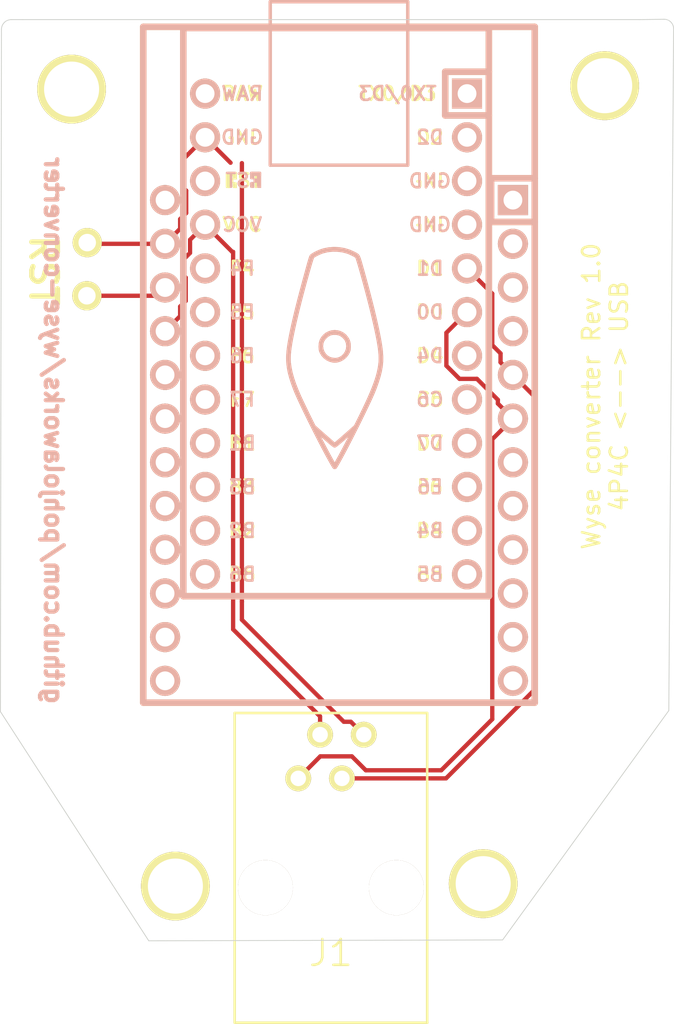
<source format=kicad_pcb>
(kicad_pcb (version 20171130) (host pcbnew "(5.1.5-0-10_14)")

  (general
    (thickness 1.6)
    (drawings 13)
    (tracks 56)
    (zones 0)
    (modules 10)
    (nets 45)
  )

  (page A4)
  (layers
    (0 F.Cu signal)
    (31 B.Cu signal)
    (32 B.Adhes user)
    (33 F.Adhes user)
    (34 B.Paste user)
    (35 F.Paste user)
    (36 B.SilkS user)
    (37 F.SilkS user)
    (38 B.Mask user)
    (39 F.Mask user)
    (40 Dwgs.User user)
    (41 Cmts.User user)
    (42 Eco1.User user)
    (43 Eco2.User user)
    (44 Edge.Cuts user)
    (45 Margin user)
    (46 B.CrtYd user)
    (47 F.CrtYd user)
    (48 B.Fab user)
    (49 F.Fab user)
  )

  (setup
    (last_trace_width 0.25)
    (trace_clearance 0.2)
    (zone_clearance 0.508)
    (zone_45_only no)
    (trace_min 0.2)
    (via_size 0.8)
    (via_drill 0.4)
    (via_min_size 0.4)
    (via_min_drill 0.3)
    (uvia_size 0.3)
    (uvia_drill 0.1)
    (uvias_allowed no)
    (uvia_min_size 0.2)
    (uvia_min_drill 0.1)
    (edge_width 0.05)
    (segment_width 0.2)
    (pcb_text_width 0.3)
    (pcb_text_size 1.5 1.5)
    (mod_edge_width 0.12)
    (mod_text_size 1 1)
    (mod_text_width 0.15)
    (pad_size 1.524 1.524)
    (pad_drill 0.762)
    (pad_to_mask_clearance 0.051)
    (solder_mask_min_width 0.25)
    (aux_axis_origin 0 0)
    (visible_elements FFFFFF7F)
    (pcbplotparams
      (layerselection 0x010fc_ffffffff)
      (usegerberextensions false)
      (usegerberattributes false)
      (usegerberadvancedattributes false)
      (creategerberjobfile false)
      (excludeedgelayer true)
      (linewidth 0.100000)
      (plotframeref false)
      (viasonmask false)
      (mode 1)
      (useauxorigin false)
      (hpglpennumber 1)
      (hpglpenspeed 20)
      (hpglpendiameter 15.000000)
      (psnegative false)
      (psa4output false)
      (plotreference true)
      (plotvalue true)
      (plotinvisibletext false)
      (padsonsilk false)
      (subtractmaskfromsilk false)
      (outputformat 1)
      (mirror false)
      (drillshape 1)
      (scaleselection 1)
      (outputdirectory ""))
  )

  (net 0 "")
  (net 1 DATA)
  (net 2 VCC)
  (net 3 GND)
  (net 4 CLK)
  (net 5 "Net-(U1-Pad1)")
  (net 6 "Net-(U1-Pad2)")
  (net 7 "Net-(U1-Pad3)")
  (net 8 "Net-(U1-Pad4)")
  (net 9 "Net-(U1-Pad7)")
  (net 10 "Net-(U1-Pad8)")
  (net 11 "Net-(U1-Pad9)")
  (net 12 "Net-(U1-Pad10)")
  (net 13 "Net-(U1-Pad11)")
  (net 14 "Net-(U1-Pad13)")
  (net 15 "Net-(U1-Pad14)")
  (net 16 "Net-(U1-Pad15)")
  (net 17 "Net-(U1-Pad16)")
  (net 18 "Net-(U1-Pad17)")
  (net 19 "Net-(U1-Pad18)")
  (net 20 "Net-(U1-Pad19)")
  (net 21 "Net-(U1-Pad20)")
  (net 22 "Net-(U1-Pad22)")
  (net 23 "Net-(U1-Pad12)")
  (net 24 "Net-(U1-Pad24)")
  (net 25 "Net-(U2-Pad1)")
  (net 26 "Net-(U2-Pad2)")
  (net 27 "Net-(U2-Pad3)")
  (net 28 "Net-(U2-Pad4)")
  (net 29 "Net-(U2-Pad7)")
  (net 30 "Net-(U2-Pad8)")
  (net 31 "Net-(U2-Pad9)")
  (net 32 "Net-(U2-Pad10)")
  (net 33 "Net-(U2-Pad11)")
  (net 34 "Net-(U2-Pad13)")
  (net 35 "Net-(U2-Pad14)")
  (net 36 "Net-(U2-Pad15)")
  (net 37 "Net-(U2-Pad16)")
  (net 38 "Net-(U2-Pad17)")
  (net 39 "Net-(U2-Pad18)")
  (net 40 "Net-(U2-Pad19)")
  (net 41 "Net-(U2-Pad20)")
  (net 42 "Net-(U2-Pad12)")
  (net 43 "Net-(U2-Pad24)")
  (net 44 RST)

  (net_class Default "This is the default net class."
    (clearance 0.2)
    (trace_width 0.25)
    (via_dia 0.8)
    (via_drill 0.4)
    (uvia_dia 0.3)
    (uvia_drill 0.1)
    (add_net CLK)
    (add_net DATA)
    (add_net GND)
    (add_net "Net-(U1-Pad1)")
    (add_net "Net-(U1-Pad10)")
    (add_net "Net-(U1-Pad11)")
    (add_net "Net-(U1-Pad12)")
    (add_net "Net-(U1-Pad13)")
    (add_net "Net-(U1-Pad14)")
    (add_net "Net-(U1-Pad15)")
    (add_net "Net-(U1-Pad16)")
    (add_net "Net-(U1-Pad17)")
    (add_net "Net-(U1-Pad18)")
    (add_net "Net-(U1-Pad19)")
    (add_net "Net-(U1-Pad2)")
    (add_net "Net-(U1-Pad20)")
    (add_net "Net-(U1-Pad22)")
    (add_net "Net-(U1-Pad24)")
    (add_net "Net-(U1-Pad3)")
    (add_net "Net-(U1-Pad4)")
    (add_net "Net-(U1-Pad7)")
    (add_net "Net-(U1-Pad8)")
    (add_net "Net-(U1-Pad9)")
    (add_net "Net-(U2-Pad1)")
    (add_net "Net-(U2-Pad10)")
    (add_net "Net-(U2-Pad11)")
    (add_net "Net-(U2-Pad12)")
    (add_net "Net-(U2-Pad13)")
    (add_net "Net-(U2-Pad14)")
    (add_net "Net-(U2-Pad15)")
    (add_net "Net-(U2-Pad16)")
    (add_net "Net-(U2-Pad17)")
    (add_net "Net-(U2-Pad18)")
    (add_net "Net-(U2-Pad19)")
    (add_net "Net-(U2-Pad2)")
    (add_net "Net-(U2-Pad20)")
    (add_net "Net-(U2-Pad24)")
    (add_net "Net-(U2-Pad3)")
    (add_net "Net-(U2-Pad4)")
    (add_net "Net-(U2-Pad7)")
    (add_net "Net-(U2-Pad8)")
    (add_net "Net-(U2-Pad9)")
    (add_net RST)
    (add_net VCC)
  )

  (module pohjola:pohjola (layer B.Cu) (tedit 0) (tstamp 5F904385)
    (at 102.27 67.5 180)
    (fp_text reference G*** (at 0 0) (layer B.SilkS) hide
      (effects (font (size 1.524 1.524) (thickness 0.3)) (justify mirror))
    )
    (fp_text value LOGO (at 0.75 0) (layer B.SilkS) hide
      (effects (font (size 1.524 1.524) (thickness 0.3)) (justify mirror))
    )
    (fp_poly (pts (xy 0.189998 1.610842) (xy 0.36611 1.559369) (xy 0.531642 1.472642) (xy 0.668224 1.362719)
      (xy 0.794897 1.215267) (xy 0.883012 1.054937) (xy 0.934115 0.877716) (xy 0.949754 0.679591)
      (xy 0.948679 0.635) (xy 0.942377 0.52928) (xy 0.931097 0.449632) (xy 0.911293 0.379819)
      (xy 0.879415 0.303605) (xy 0.873488 0.290862) (xy 0.774362 0.126833) (xy 0.644069 -0.015256)
      (xy 0.489428 -0.130205) (xy 0.31726 -0.212811) (xy 0.15875 -0.254286) (xy 0.072032 -0.267029)
      (xy 0.006248 -0.271457) (xy -0.058654 -0.267497) (xy -0.142724 -0.255077) (xy -0.154199 -0.253159)
      (xy -0.326703 -0.203658) (xy -0.490684 -0.117583) (xy -0.638608 -0.00068) (xy -0.762944 0.141305)
      (xy -0.841423 0.271213) (xy -0.879251 0.351704) (xy -0.90315 0.417424) (xy -0.916884 0.484252)
      (xy -0.924217 0.568068) (xy -0.927093 0.632626) (xy -0.925845 0.689777) (xy -0.66389 0.689777)
      (xy -0.645468 0.536614) (xy -0.594684 0.391446) (xy -0.514332 0.260485) (xy -0.40721 0.149942)
      (xy -0.276114 0.066028) (xy -0.154147 0.02181) (xy -0.048466 0.008642) (xy 0.075146 0.01335)
      (xy 0.197127 0.034157) (xy 0.280489 0.061246) (xy 0.416082 0.141216) (xy 0.527205 0.250467)
      (xy 0.61102 0.381889) (xy 0.664691 0.528373) (xy 0.68538 0.682812) (xy 0.670251 0.838097)
      (xy 0.63465 0.948623) (xy 0.570467 1.057432) (xy 0.47849 1.161182) (xy 0.370447 1.249263)
      (xy 0.258067 1.311059) (xy 0.218868 1.324811) (xy 0.079703 1.349585) (xy -0.066435 1.348793)
      (xy -0.203457 1.323411) (xy -0.279292 1.294541) (xy -0.379856 1.231386) (xy -0.477574 1.145659)
      (xy -0.558097 1.051072) (xy -0.592456 0.995249) (xy -0.647151 0.844726) (xy -0.66389 0.689777)
      (xy -0.925845 0.689777) (xy -0.923234 0.809316) (xy -0.895024 0.961898) (xy -0.839147 1.103)
      (xy -0.774962 1.212105) (xy -0.65308 1.359871) (xy -0.508147 1.475893) (xy -0.345767 1.559586)
      (xy -0.171546 1.610365) (xy 0.00891 1.627646) (xy 0.189998 1.610842)) (layer B.SilkS) (width 0.01))
    (fp_poly (pts (xy 0.361422 6.435467) (xy 0.663309 6.374784) (xy 0.820878 6.326063) (xy 0.967148 6.269179)
      (xy 1.112503 6.202494) (xy 1.245791 6.131749) (xy 1.35586 6.062686) (xy 1.405264 6.025162)
      (xy 1.421673 6.011739) (xy 1.436095 5.999278) (xy 1.449447 5.984887) (xy 1.462642 5.965677)
      (xy 1.476597 5.938758) (xy 1.492226 5.90124) (xy 1.510446 5.850232) (xy 1.532172 5.782845)
      (xy 1.558318 5.696188) (xy 1.589801 5.587371) (xy 1.627535 5.453505) (xy 1.672437 5.291699)
      (xy 1.725421 5.099063) (xy 1.787403 4.872707) (xy 1.859298 4.609741) (xy 1.895472 4.477435)
      (xy 2.050767 3.901918) (xy 2.19238 3.361208) (xy 2.320182 2.855876) (xy 2.434044 2.386491)
      (xy 2.533836 1.953622) (xy 2.61943 1.55784) (xy 2.690695 1.199715) (xy 2.747503 0.879815)
      (xy 2.789724 0.598712) (xy 2.806141 0.465667) (xy 2.828849 0.196898) (xy 2.834348 -0.062793)
      (xy 2.821624 -0.319356) (xy 2.78966 -0.578739) (xy 2.737441 -0.846891) (xy 2.663951 -1.12976)
      (xy 2.568175 -1.433296) (xy 2.449098 -1.763448) (xy 2.406857 -1.87325) (xy 2.348379 -2.016278)
      (xy 2.27177 -2.192555) (xy 2.179018 -2.398081) (xy 2.072112 -2.628859) (xy 1.953041 -2.88089)
      (xy 1.823793 -3.150175) (xy 1.686358 -3.432717) (xy 1.542722 -3.724517) (xy 1.394876 -4.021577)
      (xy 1.244808 -4.319898) (xy 1.094507 -4.615482) (xy 0.945961 -4.904331) (xy 0.801159 -5.182447)
      (xy 0.662089 -5.44583) (xy 0.530741 -5.690483) (xy 0.409102 -5.912407) (xy 0.311847 -6.085416)
      (xy 0.239752 -6.211125) (xy 0.184475 -6.304644) (xy 0.142153 -6.370723) (xy 0.108924 -6.41411)
      (xy 0.080926 -6.439554) (xy 0.054296 -6.451805) (xy 0.025172 -6.45561) (xy 0.010583 -6.455833)
      (xy -0.048882 -6.444296) (xy -0.089292 -6.418791) (xy -0.124741 -6.370049) (xy -0.177194 -6.286338)
      (xy -0.245049 -6.170716) (xy -0.326703 -6.026238) (xy -0.420552 -5.855962) (xy -0.524993 -5.662943)
      (xy -0.638424 -5.450238) (xy -0.759241 -5.220904) (xy -0.885841 -4.977996) (xy -1.016621 -4.724572)
      (xy -1.085981 -4.588882) (xy -0.784721 -4.588882) (xy -0.712158 -4.723316) (xy -0.678529 -4.78602)
      (xy -0.629901 -4.877224) (xy -0.571029 -4.987984) (xy -0.506667 -5.109357) (xy -0.4494 -5.217583)
      (xy -0.377935 -5.352206) (xy -0.301749 -5.494728) (xy -0.227452 -5.632852) (xy -0.161651 -5.754282)
      (xy -0.124621 -5.821969) (xy 0.009962 -6.066521) (xy 0.191555 -5.737302) (xy 0.268387 -5.596722)
      (xy 0.355441 -5.435362) (xy 0.443661 -5.270127) (xy 0.523989 -5.117926) (xy 0.549317 -5.069416)
      (xy 0.609291 -4.95473) (xy 0.665627 -4.848114) (xy 0.714187 -4.757319) (xy 0.750828 -4.690096)
      (xy 0.768952 -4.65821) (xy 0.788308 -4.624086) (xy 0.794422 -4.606221) (xy 0.784046 -4.606734)
      (xy 0.753931 -4.627742) (xy 0.700831 -4.671364) (xy 0.621497 -4.739718) (xy 0.555284 -4.797574)
      (xy 0.414894 -4.919779) (xy 0.30194 -5.016087) (xy 0.212711 -5.089274) (xy 0.143499 -5.142114)
      (xy 0.090593 -5.177385) (xy 0.050285 -5.197861) (xy 0.018866 -5.20632) (xy 0.008227 -5.20696)
      (xy -0.02201 -5.200602) (xy -0.063577 -5.179475) (xy -0.120892 -5.140446) (xy -0.198374 -5.080388)
      (xy -0.300442 -4.996167) (xy -0.357786 -4.947669) (xy -0.458171 -4.862416) (xy -0.551442 -4.783412)
      (xy -0.631225 -4.716038) (xy -0.69115 -4.665677) (xy -0.723688 -4.638649) (xy -0.784721 -4.588882)
      (xy -1.085981 -4.588882) (xy -1.149978 -4.463687) (xy -1.284309 -4.198398) (xy -1.418011 -3.931761)
      (xy -1.54948 -3.666833) (xy -1.677114 -3.406671) (xy -1.774742 -3.205354) (xy -1.897022 -2.951213)
      (xy -2.002552 -2.730362) (xy -2.093348 -2.538141) (xy -2.171428 -2.369895) (xy -2.23881 -2.220966)
      (xy -2.297511 -2.086697) (xy -2.349548 -1.962431) (xy -2.396938 -1.84351) (xy -2.4417 -1.725278)
      (xy -2.485849 -1.603078) (xy -2.531405 -1.472251) (xy -2.553493 -1.407583) (xy -2.65519 -1.084031)
      (xy -2.730937 -0.784204) (xy -2.781829 -0.499259) (xy -2.808957 -0.22035) (xy -2.81221 -0.014763)
      (xy -2.550856 -0.014763) (xy -2.547665 -0.162862) (xy -2.541135 -0.250099) (xy -2.518729 -0.435056)
      (xy -2.486723 -0.624057) (xy -2.444088 -0.819817) (xy -2.38979 -1.025055) (xy -2.322798 -1.242488)
      (xy -2.242082 -1.474833) (xy -2.146608 -1.724807) (xy -2.035345 -1.995128) (xy -1.907263 -2.288513)
      (xy -1.761328 -2.607679) (xy -1.596509 -2.955345) (xy -1.411775 -3.334226) (xy -1.236329 -3.686821)
      (xy -1.122954 -3.912893) (xy -0.757269 -4.237756) (xy -0.637608 -4.343699) (xy -0.514437 -4.452115)
      (xy -0.396029 -4.555768) (xy -0.290655 -4.647422) (xy -0.206588 -4.719839) (xy -0.1905 -4.733554)
      (xy 0.010583 -4.904488) (xy 0.148166 -4.784417) (xy 0.202978 -4.736581) (xy 0.283404 -4.66639)
      (xy 0.383163 -4.579325) (xy 0.495977 -4.480867) (xy 0.615564 -4.376497) (xy 0.6985 -4.304114)
      (xy 0.811191 -4.205426) (xy 0.914023 -4.114734) (xy 1.002452 -4.036096) (xy 1.071934 -3.973572)
      (xy 1.117922 -3.931222) (xy 1.135256 -3.913983) (xy 1.150126 -3.888032) (xy 1.180939 -3.828602)
      (xy 1.225399 -3.740417) (xy 1.281209 -3.6282) (xy 1.346073 -3.496676) (xy 1.417694 -3.350567)
      (xy 1.493774 -3.194597) (xy 1.572018 -3.033489) (xy 1.650128 -2.871968) (xy 1.725808 -2.714756)
      (xy 1.796761 -2.566577) (xy 1.860691 -2.432155) (xy 1.915299 -2.316213) (xy 1.958291 -2.223474)
      (xy 1.973154 -2.19075) (xy 2.132717 -1.82066) (xy 2.26565 -1.477906) (xy 2.373302 -1.158048)
      (xy 2.45702 -0.856651) (xy 2.51815 -0.569277) (xy 2.558039 -0.291487) (xy 2.562301 -0.250099)
      (xy 2.570951 -0.112646) (xy 2.571147 0.040175) (xy 2.562499 0.210702) (xy 2.544617 0.401273)
      (xy 2.517112 0.614228) (xy 2.479594 0.851904) (xy 2.431674 1.116639) (xy 2.372961 1.410772)
      (xy 2.303067 1.736642) (xy 2.221601 2.096586) (xy 2.128174 2.492944) (xy 2.054609 2.796751)
      (xy 2.004508 2.998834) (xy 1.94937 3.216106) (xy 1.890208 3.444934) (xy 1.828034 3.681686)
      (xy 1.763859 3.922731) (xy 1.698698 4.164436) (xy 1.63356 4.403169) (xy 1.569459 4.635297)
      (xy 1.507407 4.85719) (xy 1.448416 5.065215) (xy 1.393499 5.255739) (xy 1.343667 5.42513)
      (xy 1.299932 5.569757) (xy 1.263307 5.685988) (xy 1.234804 5.770189) (xy 1.215436 5.81873)
      (xy 1.209828 5.828133) (xy 1.174228 5.855207) (xy 1.109052 5.893598) (xy 1.023888 5.938553)
      (xy 0.928324 5.985319) (xy 0.831948 6.029142) (xy 0.744349 6.065268) (xy 0.69776 6.082009)
      (xy 0.426079 6.150271) (xy 0.140291 6.182991) (xy -0.150825 6.180245) (xy -0.43849 6.142104)
      (xy -0.709084 6.070291) (xy -0.786448 6.040465) (xy -0.881097 5.998786) (xy -0.981173 5.951062)
      (xy -1.074822 5.9031) (xy -1.150188 5.860708) (xy -1.188264 5.835545) (xy -1.201765 5.809252)
      (xy -1.22488 5.74553) (xy -1.256621 5.647933) (xy -1.295998 5.520017) (xy -1.342025 5.365336)
      (xy -1.393711 5.187444) (xy -1.45007 4.989897) (xy -1.510111 4.77625) (xy -1.572848 4.550056)
      (xy -1.63729 4.314872) (xy -1.702451 4.074252) (xy -1.76734 3.83175) (xy -1.830971 3.590921)
      (xy -1.892354 3.35532) (xy -1.950501 3.128503) (xy -2.004423 2.914023) (xy -2.034028 2.794)
      (xy -2.136408 2.369673) (xy -2.22649 1.983412) (xy -2.304662 1.632898) (xy -2.371311 1.31581)
      (xy -2.426822 1.029826) (xy -2.471583 0.772625) (xy -2.50598 0.541887) (xy -2.5304 0.33529)
      (xy -2.54523 0.150514) (xy -2.550856 -0.014763) (xy -2.81221 -0.014763) (xy -2.813415 0.061368)
      (xy -2.796295 0.354738) (xy -2.784975 0.465667) (xy -2.753524 0.703718) (xy -2.708611 0.979833)
      (xy -2.650685 1.292096) (xy -2.580196 1.63859) (xy -2.497592 2.017398) (xy -2.403323 2.426601)
      (xy -2.297839 2.864283) (xy -2.181587 3.328527) (xy -2.055018 3.817415) (xy -1.91858 4.329031)
      (xy -1.772724 4.861456) (xy -1.664254 5.249073) (xy -1.609152 5.444773) (xy -1.563635 5.604426)
      (xy -1.525172 5.732551) (xy -1.491232 5.833663) (xy -1.459283 5.912279) (xy -1.426794 5.972915)
      (xy -1.391234 6.020088) (xy -1.350071 6.058314) (xy -1.300774 6.09211) (xy -1.240812 6.125992)
      (xy -1.167654 6.164478) (xy -1.144322 6.176766) (xy -0.863642 6.301938) (xy -0.566734 6.390849)
      (xy -0.259592 6.443044) (xy 0.051791 6.458069) (xy 0.361422 6.435467)) (layer B.SilkS) (width 0.01))
  )

  (module Keebio-Parts:ArduinoProMicro-Mini-USB-No-Text (layer B.Cu) (tedit 5AFB4134) (tstamp 5F90300E)
    (at 102.51 72.29 270)
    (path /5F90E9C5)
    (fp_text reference U2 (at 0 -1.125 270) (layer B.SilkS) hide
      (effects (font (size 1.27 1.524) (thickness 0.2032)) (justify mirror))
    )
    (fp_text value ProMicro (at 0 1 270) (layer B.SilkS) hide
      (effects (font (size 1.27 1.524) (thickness 0.2032)) (justify mirror))
    )
    (fp_line (start -12.7 -8.85) (end -12.7 -11.39) (layer F.SilkS) (width 0.381))
    (fp_line (start -15.24 -8.85) (end -12.7 -8.85) (layer F.SilkS) (width 0.381))
    (fp_line (start -24.04 11.39) (end -24.04 -11.39) (layer B.SilkS) (width 0.381))
    (fp_line (start -24.04 -11.39) (end 15.24 -11.39) (layer B.SilkS) (width 0.381))
    (fp_line (start 15.24 -11.39) (end 15.24 11.39) (layer B.SilkS) (width 0.381))
    (fp_line (start 15.24 11.39) (end -24.04 11.39) (layer B.SilkS) (width 0.381))
    (fp_line (start -15.24 -8.85) (end -12.7 -8.85) (layer B.SilkS) (width 0.381))
    (fp_line (start -12.7 -8.85) (end -12.7 -11.39) (layer B.SilkS) (width 0.381))
    (fp_line (start 15.24 11.39) (end -24.04 11.39) (layer F.SilkS) (width 0.381))
    (fp_line (start 15.24 -11.39) (end 15.24 11.39) (layer F.SilkS) (width 0.381))
    (fp_line (start -24.04 -11.39) (end 15.24 -11.39) (layer F.SilkS) (width 0.381))
    (fp_line (start -24.04 11.39) (end -24.04 -11.39) (layer F.SilkS) (width 0.381))
    (fp_line (start -15.24 -8.85) (end -15.24 -11.39) (layer B.SilkS) (width 0.381))
    (fp_line (start -15.24 -8.85) (end -15.24 -11.39) (layer F.SilkS) (width 0.381))
    (fp_line (start -16 -4) (end -16 4) (layer B.SilkS) (width 0.2))
    (fp_line (start -16 4) (end -25.5 4) (layer B.SilkS) (width 0.2))
    (fp_line (start -25.5 4) (end -25.5 -4) (layer B.SilkS) (width 0.2))
    (fp_line (start -25.5 -4) (end -16 -4) (layer B.SilkS) (width 0.2))
    (pad 1 thru_hole rect (at -13.97 -10.12 270) (size 1.7526 1.7526) (drill 1.0922) (layers *.Cu *.SilkS *.Mask)
      (net 25 "Net-(U2-Pad1)"))
    (pad 2 thru_hole circle (at -11.43 -10.12 270) (size 1.7526 1.7526) (drill 1.0922) (layers *.Cu *.SilkS *.Mask)
      (net 26 "Net-(U2-Pad2)"))
    (pad 3 thru_hole circle (at -8.89 -10.12 270) (size 1.7526 1.7526) (drill 1.0922) (layers *.Cu *.SilkS *.Mask)
      (net 27 "Net-(U2-Pad3)"))
    (pad 4 thru_hole circle (at -6.35 -10.12 270) (size 1.7526 1.7526) (drill 1.0922) (layers *.Cu *.SilkS *.Mask)
      (net 28 "Net-(U2-Pad4)"))
    (pad 5 thru_hole circle (at -3.81 -10.12 270) (size 1.7526 1.7526) (drill 1.0922) (layers *.Cu *.SilkS *.Mask)
      (net 4 CLK))
    (pad 6 thru_hole circle (at -1.27 -10.12 270) (size 1.7526 1.7526) (drill 1.0922) (layers *.Cu *.SilkS *.Mask)
      (net 1 DATA))
    (pad 7 thru_hole circle (at 1.27 -10.12 270) (size 1.7526 1.7526) (drill 1.0922) (layers *.Cu *.SilkS *.Mask)
      (net 29 "Net-(U2-Pad7)"))
    (pad 8 thru_hole circle (at 3.81 -10.12 270) (size 1.7526 1.7526) (drill 1.0922) (layers *.Cu *.SilkS *.Mask)
      (net 30 "Net-(U2-Pad8)"))
    (pad 9 thru_hole circle (at 6.35 -10.12 270) (size 1.7526 1.7526) (drill 1.0922) (layers *.Cu *.SilkS *.Mask)
      (net 31 "Net-(U2-Pad9)"))
    (pad 10 thru_hole circle (at 8.89 -10.12 270) (size 1.7526 1.7526) (drill 1.0922) (layers *.Cu *.SilkS *.Mask)
      (net 32 "Net-(U2-Pad10)"))
    (pad 11 thru_hole circle (at 11.43 -10.12 270) (size 1.7526 1.7526) (drill 1.0922) (layers *.Cu *.SilkS *.Mask)
      (net 33 "Net-(U2-Pad11)"))
    (pad 13 thru_hole circle (at 13.97 10.12 270) (size 1.7526 1.7526) (drill 1.0922) (layers *.Cu *.SilkS *.Mask)
      (net 34 "Net-(U2-Pad13)"))
    (pad 14 thru_hole circle (at 11.43 10.12 270) (size 1.7526 1.7526) (drill 1.0922) (layers *.Cu *.SilkS *.Mask)
      (net 35 "Net-(U2-Pad14)"))
    (pad 15 thru_hole circle (at 8.89 10.12 270) (size 1.7526 1.7526) (drill 1.0922) (layers *.Cu *.SilkS *.Mask)
      (net 36 "Net-(U2-Pad15)"))
    (pad 16 thru_hole circle (at 6.35 10.12 270) (size 1.7526 1.7526) (drill 1.0922) (layers *.Cu *.SilkS *.Mask)
      (net 37 "Net-(U2-Pad16)"))
    (pad 17 thru_hole circle (at 3.81 10.12 270) (size 1.7526 1.7526) (drill 1.0922) (layers *.Cu *.SilkS *.Mask)
      (net 38 "Net-(U2-Pad17)"))
    (pad 18 thru_hole circle (at 1.27 10.12 270) (size 1.7526 1.7526) (drill 1.0922) (layers *.Cu *.SilkS *.Mask)
      (net 39 "Net-(U2-Pad18)"))
    (pad 19 thru_hole circle (at -1.27 10.12 270) (size 1.7526 1.7526) (drill 1.0922) (layers *.Cu *.SilkS *.Mask)
      (net 40 "Net-(U2-Pad19)"))
    (pad 20 thru_hole circle (at -3.81 10.12 270) (size 1.7526 1.7526) (drill 1.0922) (layers *.Cu *.SilkS *.Mask)
      (net 41 "Net-(U2-Pad20)"))
    (pad 21 thru_hole circle (at -6.35 10.12 270) (size 1.7526 1.7526) (drill 1.0922) (layers *.Cu *.SilkS *.Mask)
      (net 2 VCC))
    (pad 22 thru_hole circle (at -8.89 10.12 270) (size 1.7526 1.7526) (drill 1.0922) (layers *.Cu *.SilkS *.Mask)
      (net 44 RST))
    (pad 23 thru_hole circle (at -11.43 10.12 270) (size 1.7526 1.7526) (drill 1.0922) (layers *.Cu *.SilkS *.Mask)
      (net 3 GND))
    (pad 12 thru_hole circle (at 13.97 -10.12 270) (size 1.7526 1.7526) (drill 1.0922) (layers *.Cu *.SilkS *.Mask)
      (net 42 "Net-(U2-Pad12)"))
    (pad 24 thru_hole circle (at -13.97 10.12 270) (size 1.7526 1.7526) (drill 1.0922) (layers *.Cu *.SilkS *.Mask)
      (net 43 "Net-(U2-Pad24)"))
  )

  (module keyboard_parts:4P4C (layer F.Cu) (tedit 573A6B12) (tstamp 5F902F76)
    (at 102.04 98.28)
    (descr http://www.assmann.us/specs/A-2004-3-4-LP-N-R_REV00.pdf)
    (tags "4P4C, RJ")
    (path /5F901F10)
    (fp_text reference J1 (at 0 3.8) (layer F.SilkS)
      (effects (font (size 1.5 1.5) (thickness 0.15)))
    )
    (fp_text value 4P4C (at 0 6.45) (layer F.Fab)
      (effects (font (size 1.5 1.5) (thickness 0.15)))
    )
    (fp_line (start -5.59 7.85) (end 5.61 7.85) (layer F.SilkS) (width 0.15))
    (fp_line (start 5.6 7.85) (end 5.6 -10.15) (layer F.SilkS) (width 0.15))
    (fp_line (start 5.6 -10.15) (end -5.6 -10.15) (layer F.SilkS) (width 0.15))
    (fp_line (start -5.6 -10.15) (end -5.6 7.85) (layer F.SilkS) (width 0.15))
    (pad 5 thru_hole circle (at -3.81 0) (size 3.2 3.2) (drill 3.2) (layers *.Cu *.Mask F.SilkS))
    (pad 6 thru_hole circle (at 3.81 0) (size 3.2 3.2) (drill 3.2) (layers *.Cu *.Mask F.SilkS))
    (pad 1 thru_hole circle (at -1.9 -6.35) (size 1.5 1.5) (drill 0.9) (layers *.Cu *.Mask F.SilkS)
      (net 1 DATA))
    (pad 2 thru_hole circle (at -0.63 -8.89) (size 1.5 1.5) (drill 0.9) (layers *.Cu *.Mask F.SilkS)
      (net 2 VCC))
    (pad 4 thru_hole circle (at 1.91 -8.89) (size 1.5 1.5) (drill 0.9) (layers *.Cu *.Mask F.SilkS)
      (net 3 GND))
    (pad 3 thru_hole circle (at 0.64 -6.35) (size 1.5 1.5) (drill 0.9) (layers *.Cu *.Mask F.SilkS)
      (net 4 CLK))
  )

  (module Keebio-Parts:ArduinoProMicro (layer B.Cu) (tedit 5B307E4C) (tstamp 5F902FE0)
    (at 102.34 66.1 270)
    (path /5F902A64)
    (fp_text reference U1 (at 0 -1.625 270) (layer B.SilkS) hide
      (effects (font (size 1.27 1.524) (thickness 0.2032)) (justify mirror))
    )
    (fp_text value ProMicro (at 0 0 270) (layer B.SilkS) hide
      (effects (font (size 1.27 1.524) (thickness 0.2032)) (justify mirror))
    )
    (fp_line (start -12.7 -6.35) (end -12.7 -8.89) (layer F.SilkS) (width 0.381))
    (fp_line (start -15.24 -6.35) (end -12.7 -6.35) (layer F.SilkS) (width 0.381))
    (fp_text user D2 (at -11.43 -5.461) (layer F.SilkS)
      (effects (font (size 0.8 0.8) (thickness 0.15)))
    )
    (fp_text user D0 (at -1.27 -5.461) (layer F.SilkS)
      (effects (font (size 0.8 0.8) (thickness 0.15)))
    )
    (fp_text user D1 (at -3.81 -5.461) (layer F.SilkS)
      (effects (font (size 0.8 0.8) (thickness 0.15)))
    )
    (fp_text user GND (at -6.35 -5.461) (layer F.SilkS)
      (effects (font (size 0.8 0.8) (thickness 0.15)))
    )
    (fp_text user GND (at -8.89 -5.461) (layer F.SilkS)
      (effects (font (size 0.8 0.8) (thickness 0.15)))
    )
    (fp_text user D4 (at 1.27 -5.461) (layer F.SilkS)
      (effects (font (size 0.8 0.8) (thickness 0.15)))
    )
    (fp_text user C6 (at 3.81 -5.461) (layer F.SilkS)
      (effects (font (size 0.8 0.8) (thickness 0.15)))
    )
    (fp_text user D7 (at 6.35 -5.461) (layer F.SilkS)
      (effects (font (size 0.8 0.8) (thickness 0.15)))
    )
    (fp_text user E6 (at 8.89 -5.461) (layer F.SilkS)
      (effects (font (size 0.8 0.8) (thickness 0.15)))
    )
    (fp_text user B4 (at 11.43 -5.461) (layer F.SilkS)
      (effects (font (size 0.8 0.8) (thickness 0.15)))
    )
    (fp_text user B5 (at 13.97 -5.461) (layer F.SilkS)
      (effects (font (size 0.8 0.8) (thickness 0.15)))
    )
    (fp_text user B6 (at 13.97 5.461) (layer F.SilkS)
      (effects (font (size 0.8 0.8) (thickness 0.15)))
    )
    (fp_text user B2 (at 11.43 5.461) (layer B.SilkS)
      (effects (font (size 0.8 0.8) (thickness 0.15)) (justify mirror))
    )
    (fp_text user B3 (at 8.89 5.461) (layer F.SilkS)
      (effects (font (size 0.8 0.8) (thickness 0.15)))
    )
    (fp_text user B1 (at 6.35 5.461) (layer F.SilkS)
      (effects (font (size 0.8 0.8) (thickness 0.15)))
    )
    (fp_text user F7 (at 3.81 5.461) (layer B.SilkS)
      (effects (font (size 0.8 0.8) (thickness 0.15)) (justify mirror))
    )
    (fp_text user F6 (at 1.27 5.461) (layer B.SilkS)
      (effects (font (size 0.8 0.8) (thickness 0.15)) (justify mirror))
    )
    (fp_text user F5 (at -1.27 5.461) (layer B.SilkS)
      (effects (font (size 0.8 0.8) (thickness 0.15)) (justify mirror))
    )
    (fp_text user F4 (at -3.81 5.461) (layer F.SilkS)
      (effects (font (size 0.8 0.8) (thickness 0.15)))
    )
    (fp_text user VCC (at -6.35 5.461) (layer F.SilkS)
      (effects (font (size 0.8 0.8) (thickness 0.15)))
    )
    (fp_text user GND (at -11.43 5.461) (layer F.SilkS)
      (effects (font (size 0.8 0.8) (thickness 0.15)))
    )
    (fp_text user RAW (at -13.97 5.461) (layer F.SilkS)
      (effects (font (size 0.8 0.8) (thickness 0.15)))
    )
    (fp_text user RAW (at -13.97 5.461) (layer B.SilkS)
      (effects (font (size 0.8 0.8) (thickness 0.15)) (justify mirror))
    )
    (fp_text user GND (at -11.43 5.461) (layer B.SilkS)
      (effects (font (size 0.8 0.8) (thickness 0.15)) (justify mirror))
    )
    (fp_text user ST (at -8.92 5.73312) (layer B.SilkS)
      (effects (font (size 0.8 0.8) (thickness 0.15)) (justify mirror))
    )
    (fp_text user VCC (at -6.35 5.461) (layer B.SilkS)
      (effects (font (size 0.8 0.8) (thickness 0.15)) (justify mirror))
    )
    (fp_text user F4 (at -3.81 5.461) (layer B.SilkS)
      (effects (font (size 0.8 0.8) (thickness 0.15)) (justify mirror))
    )
    (fp_text user F5 (at -1.27 5.461) (layer F.SilkS)
      (effects (font (size 0.8 0.8) (thickness 0.15)))
    )
    (fp_text user F6 (at 1.27 5.461) (layer F.SilkS)
      (effects (font (size 0.8 0.8) (thickness 0.15)))
    )
    (fp_text user F7 (at 3.81 5.461) (layer F.SilkS)
      (effects (font (size 0.8 0.8) (thickness 0.15)))
    )
    (fp_text user B1 (at 6.35 5.461) (layer B.SilkS)
      (effects (font (size 0.8 0.8) (thickness 0.15)) (justify mirror))
    )
    (fp_text user B3 (at 8.89 5.461) (layer B.SilkS)
      (effects (font (size 0.8 0.8) (thickness 0.15)) (justify mirror))
    )
    (fp_text user B2 (at 11.43 5.461) (layer F.SilkS)
      (effects (font (size 0.8 0.8) (thickness 0.15)))
    )
    (fp_text user B6 (at 13.97 5.461) (layer B.SilkS)
      (effects (font (size 0.8 0.8) (thickness 0.15)) (justify mirror))
    )
    (fp_text user B5 (at 13.97 -5.461) (layer B.SilkS)
      (effects (font (size 0.8 0.8) (thickness 0.15)) (justify mirror))
    )
    (fp_text user B4 (at 11.43 -5.461) (layer B.SilkS)
      (effects (font (size 0.8 0.8) (thickness 0.15)) (justify mirror))
    )
    (fp_text user E6 (at 8.89 -5.461) (layer B.SilkS)
      (effects (font (size 0.8 0.8) (thickness 0.15)) (justify mirror))
    )
    (fp_text user D7 (at 6.35 -5.461) (layer B.SilkS)
      (effects (font (size 0.8 0.8) (thickness 0.15)) (justify mirror))
    )
    (fp_text user C6 (at 3.81 -5.461) (layer B.SilkS)
      (effects (font (size 0.8 0.8) (thickness 0.15)) (justify mirror))
    )
    (fp_text user D4 (at 1.27 -5.461) (layer B.SilkS)
      (effects (font (size 0.8 0.8) (thickness 0.15)) (justify mirror))
    )
    (fp_text user GND (at -8.89 -5.461) (layer B.SilkS)
      (effects (font (size 0.8 0.8) (thickness 0.15)) (justify mirror))
    )
    (fp_text user GND (at -6.35 -5.461) (layer B.SilkS)
      (effects (font (size 0.8 0.8) (thickness 0.15)) (justify mirror))
    )
    (fp_text user D1 (at -3.81 -5.461) (layer B.SilkS)
      (effects (font (size 0.8 0.8) (thickness 0.15)) (justify mirror))
    )
    (fp_text user D0 (at -1.27 -5.461) (layer B.SilkS)
      (effects (font (size 0.8 0.8) (thickness 0.15)) (justify mirror))
    )
    (fp_text user D2 (at -11.43 -5.461) (layer B.SilkS)
      (effects (font (size 0.8 0.8) (thickness 0.15)) (justify mirror))
    )
    (fp_text user TX0/D3 (at -13.97 -3.571872) (layer F.SilkS)
      (effects (font (size 0.8 0.8) (thickness 0.15)))
    )
    (fp_text user TX0/D3 (at -13.97 -3.571872) (layer B.SilkS)
      (effects (font (size 0.8 0.8) (thickness 0.15)) (justify mirror))
    )
    (fp_line (start -15.24 -8.89) (end 15.24 -8.89) (layer B.SilkS) (width 0.381))
    (fp_line (start 15.24 -8.89) (end 15.24 8.89) (layer B.SilkS) (width 0.381))
    (fp_line (start 15.24 8.89) (end -15.24 8.89) (layer B.SilkS) (width 0.381))
    (fp_line (start -15.24 -6.35) (end -12.7 -6.35) (layer B.SilkS) (width 0.381))
    (fp_line (start -12.7 -6.35) (end -12.7 -8.89) (layer B.SilkS) (width 0.381))
    (fp_poly (pts (xy -9.36064 4.931568) (xy -9.06064 4.931568) (xy -9.06064 4.831568) (xy -9.36064 4.831568)) (layer B.SilkS) (width 0.15))
    (fp_poly (pts (xy -8.96064 4.731568) (xy -8.86064 4.731568) (xy -8.86064 4.631568) (xy -8.96064 4.631568)) (layer B.SilkS) (width 0.15))
    (fp_poly (pts (xy -9.36064 4.931568) (xy -9.26064 4.931568) (xy -9.26064 4.431568) (xy -9.36064 4.431568)) (layer B.SilkS) (width 0.15))
    (fp_poly (pts (xy -9.36064 4.531568) (xy -8.56064 4.531568) (xy -8.56064 4.431568) (xy -9.36064 4.431568)) (layer B.SilkS) (width 0.15))
    (fp_poly (pts (xy -8.76064 4.931568) (xy -8.56064 4.931568) (xy -8.56064 4.831568) (xy -8.76064 4.831568)) (layer B.SilkS) (width 0.15))
    (fp_text user ST (at -8.91 5.04) (layer F.SilkS)
      (effects (font (size 0.8 0.8) (thickness 0.15)))
    )
    (fp_poly (pts (xy -8.95097 6.044635) (xy -8.85097 6.044635) (xy -8.85097 6.144635) (xy -8.95097 6.144635)) (layer F.SilkS) (width 0.15))
    (fp_poly (pts (xy -9.35097 6.244635) (xy -8.55097 6.244635) (xy -8.55097 6.344635) (xy -9.35097 6.344635)) (layer F.SilkS) (width 0.15))
    (fp_poly (pts (xy -8.75097 5.844635) (xy -8.55097 5.844635) (xy -8.55097 5.944635) (xy -8.75097 5.944635)) (layer F.SilkS) (width 0.15))
    (fp_poly (pts (xy -9.35097 5.844635) (xy -9.05097 5.844635) (xy -9.05097 5.944635) (xy -9.35097 5.944635)) (layer F.SilkS) (width 0.15))
    (fp_poly (pts (xy -9.35097 5.844635) (xy -9.25097 5.844635) (xy -9.25097 6.344635) (xy -9.35097 6.344635)) (layer F.SilkS) (width 0.15))
    (fp_line (start 15.24 8.89) (end -17.78 8.89) (layer F.SilkS) (width 0.381))
    (fp_line (start 15.24 -8.89) (end 15.24 8.89) (layer F.SilkS) (width 0.381))
    (fp_line (start -17.78 -8.89) (end 15.24 -8.89) (layer F.SilkS) (width 0.381))
    (fp_line (start -17.78 8.89) (end -17.78 -8.89) (layer F.SilkS) (width 0.381))
    (fp_line (start -15.24 8.89) (end -17.78 8.89) (layer B.SilkS) (width 0.381))
    (fp_line (start -17.78 8.89) (end -17.78 -8.89) (layer B.SilkS) (width 0.381))
    (fp_line (start -17.78 -8.89) (end -15.24 -8.89) (layer B.SilkS) (width 0.381))
    (fp_line (start -14.224 3.556) (end -14.224 -3.81) (layer Dwgs.User) (width 0.2))
    (fp_line (start -14.224 -3.81) (end -19.304 -3.81) (layer Dwgs.User) (width 0.2))
    (fp_line (start -19.304 -3.81) (end -19.304 3.556) (layer Dwgs.User) (width 0.2))
    (fp_line (start -19.304 3.556) (end -14.224 3.556) (layer Dwgs.User) (width 0.2))
    (fp_line (start -15.24 -6.35) (end -15.24 -8.89) (layer F.SilkS) (width 0.381))
    (fp_line (start -15.24 -6.35) (end -15.24 -8.89) (layer B.SilkS) (width 0.381))
    (pad 1 thru_hole rect (at -13.97 -7.62 270) (size 1.7526 1.7526) (drill 1.0922) (layers *.Cu *.SilkS *.Mask)
      (net 5 "Net-(U1-Pad1)"))
    (pad 2 thru_hole circle (at -11.43 -7.62 270) (size 1.7526 1.7526) (drill 1.0922) (layers *.Cu *.SilkS *.Mask)
      (net 6 "Net-(U1-Pad2)"))
    (pad 3 thru_hole circle (at -8.89 -7.62 270) (size 1.7526 1.7526) (drill 1.0922) (layers *.Cu *.SilkS *.Mask)
      (net 7 "Net-(U1-Pad3)"))
    (pad 4 thru_hole circle (at -6.35 -7.62 270) (size 1.7526 1.7526) (drill 1.0922) (layers *.Cu *.SilkS *.Mask)
      (net 8 "Net-(U1-Pad4)"))
    (pad 5 thru_hole circle (at -3.81 -7.62 270) (size 1.7526 1.7526) (drill 1.0922) (layers *.Cu *.SilkS *.Mask)
      (net 4 CLK))
    (pad 6 thru_hole circle (at -1.27 -7.62 270) (size 1.7526 1.7526) (drill 1.0922) (layers *.Cu *.SilkS *.Mask)
      (net 1 DATA))
    (pad 7 thru_hole circle (at 1.27 -7.62 270) (size 1.7526 1.7526) (drill 1.0922) (layers *.Cu *.SilkS *.Mask)
      (net 9 "Net-(U1-Pad7)"))
    (pad 8 thru_hole circle (at 3.81 -7.62 270) (size 1.7526 1.7526) (drill 1.0922) (layers *.Cu *.SilkS *.Mask)
      (net 10 "Net-(U1-Pad8)"))
    (pad 9 thru_hole circle (at 6.35 -7.62 270) (size 1.7526 1.7526) (drill 1.0922) (layers *.Cu *.SilkS *.Mask)
      (net 11 "Net-(U1-Pad9)"))
    (pad 10 thru_hole circle (at 8.89 -7.62 270) (size 1.7526 1.7526) (drill 1.0922) (layers *.Cu *.SilkS *.Mask)
      (net 12 "Net-(U1-Pad10)"))
    (pad 11 thru_hole circle (at 11.43 -7.62 270) (size 1.7526 1.7526) (drill 1.0922) (layers *.Cu *.SilkS *.Mask)
      (net 13 "Net-(U1-Pad11)"))
    (pad 13 thru_hole circle (at 13.97 7.62 270) (size 1.7526 1.7526) (drill 1.0922) (layers *.Cu *.SilkS *.Mask)
      (net 14 "Net-(U1-Pad13)"))
    (pad 14 thru_hole circle (at 11.43 7.62 270) (size 1.7526 1.7526) (drill 1.0922) (layers *.Cu *.SilkS *.Mask)
      (net 15 "Net-(U1-Pad14)"))
    (pad 15 thru_hole circle (at 8.89 7.62 270) (size 1.7526 1.7526) (drill 1.0922) (layers *.Cu *.SilkS *.Mask)
      (net 16 "Net-(U1-Pad15)"))
    (pad 16 thru_hole circle (at 6.35 7.62 270) (size 1.7526 1.7526) (drill 1.0922) (layers *.Cu *.SilkS *.Mask)
      (net 17 "Net-(U1-Pad16)"))
    (pad 17 thru_hole circle (at 3.81 7.62 270) (size 1.7526 1.7526) (drill 1.0922) (layers *.Cu *.SilkS *.Mask)
      (net 18 "Net-(U1-Pad17)"))
    (pad 18 thru_hole circle (at 1.27 7.62 270) (size 1.7526 1.7526) (drill 1.0922) (layers *.Cu *.SilkS *.Mask)
      (net 19 "Net-(U1-Pad18)"))
    (pad 19 thru_hole circle (at -1.27 7.62 270) (size 1.7526 1.7526) (drill 1.0922) (layers *.Cu *.SilkS *.Mask)
      (net 20 "Net-(U1-Pad19)"))
    (pad 20 thru_hole circle (at -3.81 7.62 270) (size 1.7526 1.7526) (drill 1.0922) (layers *.Cu *.SilkS *.Mask)
      (net 21 "Net-(U1-Pad20)"))
    (pad 21 thru_hole circle (at -6.35 7.62 270) (size 1.7526 1.7526) (drill 1.0922) (layers *.Cu *.SilkS *.Mask)
      (net 2 VCC))
    (pad 22 thru_hole circle (at -8.89 7.62 270) (size 1.7526 1.7526) (drill 1.0922) (layers *.Cu *.SilkS *.Mask)
      (net 22 "Net-(U1-Pad22)"))
    (pad 23 thru_hole circle (at -11.43 7.62 270) (size 1.7526 1.7526) (drill 1.0922) (layers *.Cu *.SilkS *.Mask)
      (net 3 GND))
    (pad 12 thru_hole circle (at 13.97 -7.62 270) (size 1.7526 1.7526) (drill 1.0922) (layers *.Cu *.SilkS *.Mask)
      (net 23 "Net-(U1-Pad12)"))
    (pad 24 thru_hole circle (at -13.97 7.62 270) (size 1.7526 1.7526) (drill 1.0922) (layers *.Cu *.SilkS *.Mask)
      (net 24 "Net-(U1-Pad24)"))
    (model /Users/danny/Documents/proj/custom-keyboard/kicad-libs/3d_models/ArduinoProMicro.wrl
      (offset (xyz -13.96999979019165 -7.619999885559082 -5.841999912261963))
      (scale (xyz 0.395 0.395 0.395))
      (rotate (xyz 90 180 180))
    )
  )

  (module keyboard_parts:HOLE_M3 (layer F.Cu) (tedit 0) (tstamp 5F903C7F)
    (at 86.95 51.87)
    (path /5F90B8D4)
    (fp_text reference H1 (at 0 -4.5) (layer F.SilkS) hide
      (effects (font (size 1.524 1.524) (thickness 0.3048)))
    )
    (fp_text value MountingHole (at 0.05 -7.25) (layer F.SilkS) hide
      (effects (font (size 1.524 1.524) (thickness 0.3048)))
    )
    (pad 1 thru_hole circle (at 0 0) (size 4 4) (drill 3.2) (layers *.Cu *.Mask F.SilkS))
  )

  (module keyboard_parts:HOLE_M3 (layer F.Cu) (tedit 0) (tstamp 5F903C83)
    (at 117.97 51.67)
    (path /5F90B0FA)
    (fp_text reference H2 (at 0 -4.5) (layer F.SilkS) hide
      (effects (font (size 1.524 1.524) (thickness 0.3048)))
    )
    (fp_text value MountingHole (at 0.05 -7.25) (layer F.SilkS) hide
      (effects (font (size 1.524 1.524) (thickness 0.3048)))
    )
    (pad 1 thru_hole circle (at 0 0) (size 4 4) (drill 3.2) (layers *.Cu *.Mask F.SilkS))
  )

  (module keyboard_parts:HOLE_M3 (layer F.Cu) (tedit 0) (tstamp 5F903C87)
    (at 92.99 98.19)
    (path /5F90C033)
    (fp_text reference H3 (at 0 -4.5) (layer F.SilkS) hide
      (effects (font (size 1.524 1.524) (thickness 0.3048)))
    )
    (fp_text value MountingHole (at 0.05 -7.25) (layer F.SilkS) hide
      (effects (font (size 1.524 1.524) (thickness 0.3048)))
    )
    (pad 1 thru_hole circle (at 0 0) (size 4 4) (drill 3.2) (layers *.Cu *.Mask F.SilkS))
  )

  (module keyboard_parts:HOLE_M3 (layer F.Cu) (tedit 0) (tstamp 5F903C8B)
    (at 110.9 98.05)
    (path /5F90C3D5)
    (fp_text reference H4 (at 0 -4.5) (layer F.SilkS) hide
      (effects (font (size 1.524 1.524) (thickness 0.3048)))
    )
    (fp_text value MountingHole (at 0.05 -7.25) (layer F.SilkS) hide
      (effects (font (size 1.524 1.524) (thickness 0.3048)))
    )
    (pad 1 thru_hole circle (at 0 0) (size 4 4) (drill 3.2) (layers *.Cu *.Mask F.SilkS))
  )

  (module keyboard_parts:PIN_1 (layer F.Cu) (tedit 54855825) (tstamp 5F903C93)
    (at 87.84 63.88)
    (tags "CONN pin 1 circle")
    (path /5F917DB4)
    (fp_text reference H5 (at 0 -1.45) (layer F.SilkS) hide
      (effects (font (size 0.8 0.8) (thickness 0.15)))
    )
    (fp_text value MountingHole_Pad (at 0 -1.45) (layer F.SilkS) hide
      (effects (font (size 0.8 0.8) (thickness 0.15)))
    )
    (pad 1 thru_hole circle (at 0 0) (size 1.7 1.7) (drill 1.016) (layers *.Cu *.Mask F.SilkS)
      (net 44 RST))
  )

  (module keyboard_parts:PIN_1 (layer F.Cu) (tedit 54855825) (tstamp 5F903C98)
    (at 87.86 60.79)
    (tags "CONN pin 1 circle")
    (path /5F9193F1)
    (fp_text reference H6 (at 0 -1.45) (layer F.SilkS) hide
      (effects (font (size 0.8 0.8) (thickness 0.15)))
    )
    (fp_text value MountingHole_Pad (at 0 -1.45) (layer F.SilkS) hide
      (effects (font (size 0.8 0.8) (thickness 0.15)))
    )
    (pad 1 thru_hole circle (at 0 0) (size 1.7 1.7) (drill 1.016) (layers *.Cu *.Mask F.SilkS)
      (net 3 GND))
  )

  (gr_text github.com/pohjolaworks/wyse-converter (at 85.9 71.71 270) (layer B.SilkS)
    (effects (font (size 1 1) (thickness 0.25)) (justify mirror))
  )
  (gr_line (start 121.7 87.99) (end 112.03 101.32) (layer Edge.Cuts) (width 0.05))
  (gr_line (start 82.81 88.05) (end 91.44 101.37) (layer Edge.Cuts) (width 0.05))
  (gr_text RST (at 85.31 62.43 270) (layer F.SilkS)
    (effects (font (size 1.5 1.5) (thickness 0.3)))
  )
  (gr_text "Wyse converter Rev 1.0\n4P4C <--> USB\n" (at 118 69.72 90) (layer F.SilkS)
    (effects (font (size 1 1) (thickness 0.15)))
  )
  (gr_line (start 120.02 47.83) (end 121.43 47.81) (layer Edge.Cuts) (width 0.05) (tstamp 5F9039DC))
  (gr_line (start 83.44 47.83) (end 84.11 47.83) (layer Edge.Cuts) (width 0.05) (tstamp 5F9039C3))
  (gr_arc (start 121.43 48.36) (end 121.98 48.36) (angle -90) (layer Edge.Cuts) (width 0.05) (tstamp 5F9035F1))
  (gr_arc (start 83.44 48.4) (end 83.44 47.83) (angle -90) (layer Edge.Cuts) (width 0.05))
  (gr_line (start 91.44 101.37) (end 112.03 101.32) (layer Edge.Cuts) (width 0.05) (tstamp 5F9035AD))
  (gr_line (start 82.87 48.4) (end 82.81 88.05) (layer Edge.Cuts) (width 0.05))
  (gr_line (start 121.98 48.36) (end 121.7 87.99) (layer Edge.Cuts) (width 0.05))
  (gr_line (start 84.11 47.83) (end 120.02 47.83) (layer Edge.Cuts) (width 0.05))

  (segment (start 111.753701 69.925775) (end 111.753701 70.143701) (width 0.25) (layer F.Cu) (net 1))
  (segment (start 110.536625 68.708699) (end 111.753701 69.925775) (width 0.25) (layer F.Cu) (net 1))
  (segment (start 111.753701 70.143701) (end 112.63 71.02) (width 0.25) (layer F.Cu) (net 1))
  (segment (start 109.520773 68.708699) (end 110.536625 68.708699) (width 0.25) (layer F.Cu) (net 1))
  (segment (start 108.758699 67.946625) (end 109.520773 68.708699) (width 0.25) (layer F.Cu) (net 1))
  (segment (start 108.758699 66.031301) (end 108.758699 67.946625) (width 0.25) (layer F.Cu) (net 1))
  (segment (start 109.96 64.83) (end 108.758699 66.031301) (width 0.25) (layer F.Cu) (net 1))
  (segment (start 101.42 90.65) (end 100.14 91.93) (width 0.25) (layer F.Cu) (net 1))
  (segment (start 108.46 91.46) (end 104.07 91.46) (width 0.25) (layer F.Cu) (net 1))
  (segment (start 104.07 91.46) (end 103.26 90.65) (width 0.25) (layer F.Cu) (net 1))
  (segment (start 111.428699 72.221301) (end 111.428699 88.491301) (width 0.25) (layer F.Cu) (net 1))
  (segment (start 111.428699 88.491301) (end 108.46 91.46) (width 0.25) (layer F.Cu) (net 1))
  (segment (start 103.26 90.65) (end 101.42 90.65) (width 0.25) (layer F.Cu) (net 1))
  (segment (start 112.63 71.02) (end 111.428699 72.221301) (width 0.25) (layer F.Cu) (net 1))
  (segment (start 93.266299 64.505775) (end 93.266299 65.063701) (width 0.25) (layer F.Cu) (net 2))
  (segment (start 93.591301 62.823375) (end 93.591301 64.180773) (width 0.25) (layer F.Cu) (net 2))
  (segment (start 93.518699 62.750773) (end 93.591301 62.823375) (width 0.25) (layer F.Cu) (net 2))
  (segment (start 93.591301 64.180773) (end 93.266299 64.505775) (width 0.25) (layer F.Cu) (net 2))
  (segment (start 93.843701 60.626299) (end 93.843701 61.388373) (width 0.25) (layer F.Cu) (net 2))
  (segment (start 93.266299 65.063701) (end 92.39 65.94) (width 0.25) (layer F.Cu) (net 2))
  (segment (start 93.518699 61.713375) (end 93.518699 62.750773) (width 0.25) (layer F.Cu) (net 2))
  (segment (start 93.843701 61.388373) (end 93.518699 61.713375) (width 0.25) (layer F.Cu) (net 2))
  (segment (start 94.72 59.75) (end 93.843701 60.626299) (width 0.25) (layer F.Cu) (net 2))
  (segment (start 101.41 88.32934) (end 96.35 83.26934) (width 0.25) (layer F.Cu) (net 2))
  (segment (start 101.41 89.39) (end 101.41 88.32934) (width 0.25) (layer F.Cu) (net 2))
  (segment (start 96.35 83.26934) (end 96.35 61.33) (width 0.25) (layer F.Cu) (net 2))
  (segment (start 96.3 61.33) (end 94.72 59.75) (width 0.25) (layer F.Cu) (net 2))
  (segment (start 96.35 61.33) (end 96.3 61.33) (width 0.25) (layer F.Cu) (net 2))
  (segment (start 93.266299 59.425775) (end 93.266299 59.983701) (width 0.25) (layer F.Cu) (net 3))
  (segment (start 93.62 57.772074) (end 93.62 59.072074) (width 0.25) (layer F.Cu) (net 3))
  (segment (start 93.266299 59.983701) (end 92.39 60.86) (width 0.25) (layer F.Cu) (net 3))
  (segment (start 93.48 57.632074) (end 93.62 57.772074) (width 0.25) (layer F.Cu) (net 3))
  (segment (start 93.62 59.072074) (end 93.266299 59.425775) (width 0.25) (layer F.Cu) (net 3))
  (segment (start 93.48 55.91) (end 93.48 57.632074) (width 0.25) (layer F.Cu) (net 3))
  (segment (start 94.72 54.67) (end 93.48 55.91) (width 0.25) (layer F.Cu) (net 3))
  (segment (start 87.93 60.86) (end 87.86 60.79) (width 0.25) (layer F.Cu) (net 3))
  (segment (start 92.39 60.86) (end 87.93 60.86) (width 0.25) (layer F.Cu) (net 3))
  (segment (start 96.2 56.15) (end 94.72 54.67) (width 0.25) (layer F.Cu) (net 3))
  (segment (start 96.86 81.66) (end 96.86 56.17) (width 0.25) (layer F.Cu) (net 3))
  (segment (start 103.200001 88.640001) (end 102.790001 88.640001) (width 0.25) (layer F.Cu) (net 3))
  (segment (start 103.95 89.39) (end 103.200001 88.640001) (width 0.25) (layer F.Cu) (net 3))
  (segment (start 96.86 82.71) (end 96.86 81.66) (width 0.25) (layer F.Cu) (net 3))
  (segment (start 102.790001 88.640001) (end 96.86 82.71) (width 0.25) (layer F.Cu) (net 3))
  (segment (start 112.63 68.47) (end 112.63 68.48) (width 0.25) (layer F.Cu) (net 4))
  (segment (start 111.91 67.75) (end 112.63 68.47) (width 0.25) (layer F.Cu) (net 4))
  (segment (start 111.91 67.23) (end 111.91 67.75) (width 0.25) (layer F.Cu) (net 4))
  (segment (start 111.428699 63.758699) (end 111.428699 66.748699) (width 0.25) (layer F.Cu) (net 4))
  (segment (start 111.428699 66.748699) (end 111.91 67.23) (width 0.25) (layer F.Cu) (net 4))
  (segment (start 109.96 62.29) (end 111.428699 63.758699) (width 0.25) (layer F.Cu) (net 4))
  (segment (start 103.74066 91.93) (end 102.68 91.93) (width 0.25) (layer F.Cu) (net 4))
  (segment (start 113.831301 69.681301) (end 113.831301 86.836625) (width 0.25) (layer F.Cu) (net 4))
  (segment (start 108.737926 91.93) (end 103.74066 91.93) (width 0.25) (layer F.Cu) (net 4))
  (segment (start 113.831301 86.836625) (end 108.737926 91.93) (width 0.25) (layer F.Cu) (net 4))
  (segment (start 112.63 68.48) (end 113.831301 69.681301) (width 0.25) (layer F.Cu) (net 4))
  (segment (start 91.91 63.88) (end 92.39 63.4) (width 0.25) (layer F.Cu) (net 44))
  (segment (start 87.84 63.88) (end 91.91 63.88) (width 0.25) (layer F.Cu) (net 44))

)

</source>
